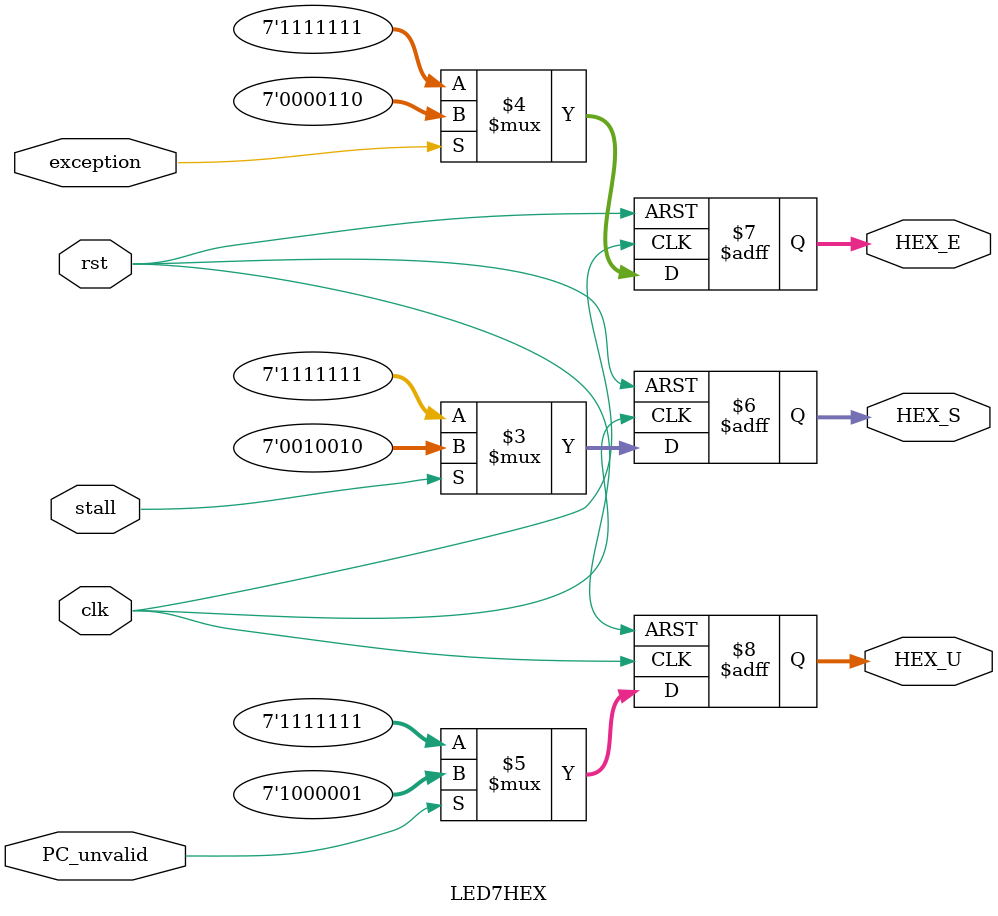
<source format=v>
module LED7HEX(
	output reg 	[6:0] HEX_S, HEX_E, HEX_U,
	input			stall, exception, PC_unvalid,
	input 		clk, rst
	);
	
	parameter [6:0]
		BLANK = 7'b1111111,
		ZERO	= 7'b1000000,
		ONE	= 7'b1111001,
		TWO	= 7'b0100100,
		THREE	= 7'b0110000,
		FOUR	= 7'b0011001,
		FIVE	= 7'b0010010,
		SIX	= 7'b0000001,
		SEVEN	= 7'b1111000,
		EIGHT = 7'b0000000,
		NINE	= 7'b0010000;
		
	parameter [6:0]
		_E 	= 7'b0000110,
		_S 	= 7'b0010010,
		_U 	= 7'b1000001;
	
	always @(posedge clk, negedge rst) begin
		if(!rst) begin
			HEX_S <= BLANK;
			HEX_E <= BLANK;
			HEX_U <= BLANK;
		end
		else begin
			HEX_S <= stall 		? _S : BLANK;
			HEX_E <= exception 	? _E : BLANK;
			HEX_U <= PC_unvalid 	? _U : BLANK;
 		end
	end	
endmodule	

</source>
